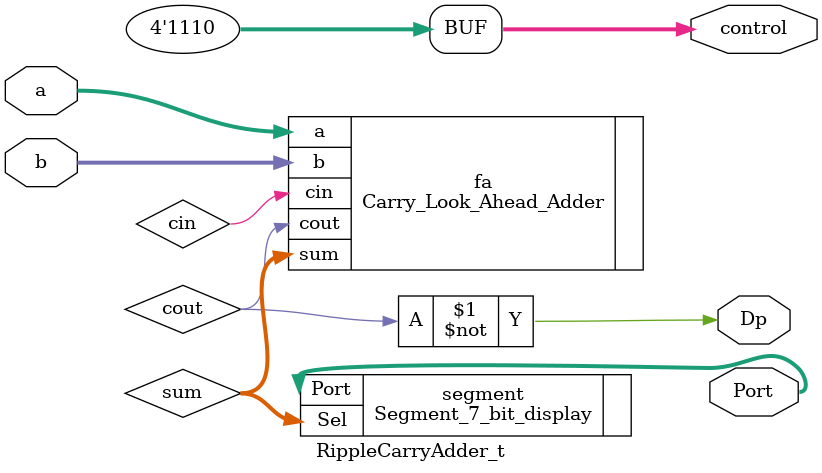
<source format=v>
`timescale 1ns/1ps

module RippleCarryAdder_t(a, b, Port, Dp, control);
output [6:0] Port;
output Dp;
output [3:0] control;

input [3:0] a, b;
wire [3:0] sum;
wire cout;
reg cin;

Carry_Look_Ahead_Adder fa (
  .a (a),
  .b (b),
  .cin(cin),
  .cout(cout),
  .sum(sum)
);

Segment_7_bit_display segment (
    .Sel(sum),
    .Port(Port)
);

not gate102(Dp, cout);
assign control = 4'b1110;

//initial begin
//  a = 4;
//  b = 4;
//  cin = 1;

//  #3 begin
//    a = 2;
//    b = 5;
//    cin = 0;
//  end
//  #3 begin
//    a = 3;
//    b = 1;
//    cin = 1;
//  end
//  #3 begin
//    a = 14;
//    b = 2;
//    cin = 1;
//   end
//  #1 $finish;
//end

endmodule

</source>
